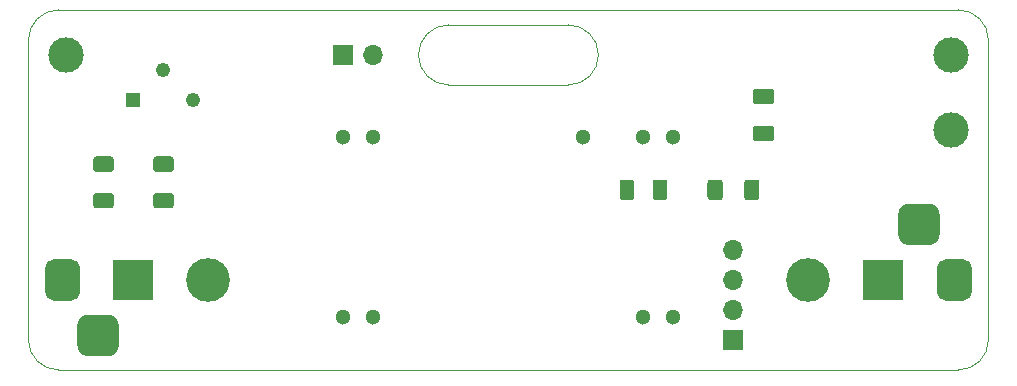
<source format=gbr>
%TF.GenerationSoftware,KiCad,Pcbnew,5.99.0+really5.1.12+dfsg1-1*%
%TF.CreationDate,2021-11-19T15:18:04-06:00*%
%TF.ProjectId,driver,64726976-6572-42e6-9b69-6361645f7063,B*%
%TF.SameCoordinates,Original*%
%TF.FileFunction,Soldermask,Top*%
%TF.FilePolarity,Negative*%
%FSLAX46Y46*%
G04 Gerber Fmt 4.6, Leading zero omitted, Abs format (unit mm)*
G04 Created by KiCad (PCBNEW 5.99.0+really5.1.12+dfsg1-1) date 2021-11-19 15:18:04*
%MOMM*%
%LPD*%
G01*
G04 APERTURE LIST*
%TA.AperFunction,Profile*%
%ADD10C,0.100000*%
%TD*%
%ADD11C,1.300000*%
%ADD12C,3.000000*%
%ADD13R,1.222000X1.222000*%
%ADD14C,1.222000*%
%ADD15C,3.700000*%
%ADD16R,3.500000X3.500000*%
%ADD17O,1.700000X1.700000*%
%ADD18R,1.700000X1.700000*%
G04 APERTURE END LIST*
D10*
X121920000Y-85090000D02*
G75*
G02*
X119380000Y-82550000I0J2540000D01*
G01*
X165100000Y-78740000D02*
X88900000Y-78740000D01*
X119380000Y-82550000D02*
G75*
G02*
X121920000Y-80010000I2540000J0D01*
G01*
X132080000Y-80010000D02*
G75*
G02*
X134620000Y-82550000I0J-2540000D01*
G01*
X134620000Y-82550000D02*
G75*
G02*
X132080000Y-85090000I-2540000J0D01*
G01*
X132080000Y-80010000D02*
X121920000Y-80010000D01*
X132080000Y-85090000D02*
X121920000Y-85090000D01*
X165100000Y-109220000D02*
X88900000Y-109220000D01*
X86360000Y-81280000D02*
X86360000Y-106680000D01*
X167640000Y-106680000D02*
X167640000Y-81280000D01*
X86360000Y-81280000D02*
G75*
G02*
X88900000Y-78740000I2540000J0D01*
G01*
X88900000Y-109220000D02*
G75*
G02*
X86360000Y-106680000I0J2540000D01*
G01*
X167640000Y-106680000D02*
G75*
G02*
X165100000Y-109220000I-2540000J0D01*
G01*
X165100000Y-78740000D02*
G75*
G02*
X167640000Y-81280000I0J-2540000D01*
G01*
D11*
%TO.C,U2*%
X140970000Y-89535000D03*
X138430000Y-89535000D03*
X133350000Y-89535000D03*
X115570000Y-89535000D03*
X113030000Y-89535000D03*
X113030000Y-104775000D03*
X115570000Y-104775000D03*
X138430000Y-104775000D03*
X140970000Y-104775000D03*
%TD*%
D12*
%TO.C,TP3*%
X164465000Y-82550000D03*
%TD*%
%TO.C,TP2*%
X164465000Y-88900000D03*
%TD*%
%TO.C,TP1*%
X89535000Y-82550000D03*
%TD*%
%TO.C,R2*%
G36*
G01*
X92084999Y-94245000D02*
X93335001Y-94245000D01*
G75*
G02*
X93585000Y-94494999I0J-249999D01*
G01*
X93585000Y-95295001D01*
G75*
G02*
X93335001Y-95545000I-249999J0D01*
G01*
X92084999Y-95545000D01*
G75*
G02*
X91835000Y-95295001I0J249999D01*
G01*
X91835000Y-94494999D01*
G75*
G02*
X92084999Y-94245000I249999J0D01*
G01*
G37*
G36*
G01*
X92084999Y-91145000D02*
X93335001Y-91145000D01*
G75*
G02*
X93585000Y-91394999I0J-249999D01*
G01*
X93585000Y-92195001D01*
G75*
G02*
X93335001Y-92445000I-249999J0D01*
G01*
X92084999Y-92445000D01*
G75*
G02*
X91835000Y-92195001I0J249999D01*
G01*
X91835000Y-91394999D01*
G75*
G02*
X92084999Y-91145000I249999J0D01*
G01*
G37*
%TD*%
%TO.C,R1*%
G36*
G01*
X98415001Y-92445000D02*
X97164999Y-92445000D01*
G75*
G02*
X96915000Y-92195001I0J249999D01*
G01*
X96915000Y-91394999D01*
G75*
G02*
X97164999Y-91145000I249999J0D01*
G01*
X98415001Y-91145000D01*
G75*
G02*
X98665000Y-91394999I0J-249999D01*
G01*
X98665000Y-92195001D01*
G75*
G02*
X98415001Y-92445000I-249999J0D01*
G01*
G37*
G36*
G01*
X98415001Y-95545000D02*
X97164999Y-95545000D01*
G75*
G02*
X96915000Y-95295001I0J249999D01*
G01*
X96915000Y-94494999D01*
G75*
G02*
X97164999Y-94245000I249999J0D01*
G01*
X98415001Y-94245000D01*
G75*
G02*
X98665000Y-94494999I0J-249999D01*
G01*
X98665000Y-95295001D01*
G75*
G02*
X98415001Y-95545000I-249999J0D01*
G01*
G37*
%TD*%
%TO.C,C2*%
G36*
G01*
X147939997Y-85405000D02*
X149240003Y-85405000D01*
G75*
G02*
X149490000Y-85654997I0J-249997D01*
G01*
X149490000Y-86480003D01*
G75*
G02*
X149240003Y-86730000I-249997J0D01*
G01*
X147939997Y-86730000D01*
G75*
G02*
X147690000Y-86480003I0J249997D01*
G01*
X147690000Y-85654997D01*
G75*
G02*
X147939997Y-85405000I249997J0D01*
G01*
G37*
G36*
G01*
X147939997Y-88530000D02*
X149240003Y-88530000D01*
G75*
G02*
X149490000Y-88779997I0J-249997D01*
G01*
X149490000Y-89605003D01*
G75*
G02*
X149240003Y-89855000I-249997J0D01*
G01*
X147939997Y-89855000D01*
G75*
G02*
X147690000Y-89605003I0J249997D01*
G01*
X147690000Y-88779997D01*
G75*
G02*
X147939997Y-88530000I249997J0D01*
G01*
G37*
%TD*%
D13*
%TO.C,RV1*%
X95250000Y-86360000D03*
D14*
X97790000Y-83820000D03*
X100330000Y-86360000D03*
%TD*%
%TO.C,R5*%
G36*
G01*
X145150000Y-93354999D02*
X145150000Y-94605001D01*
G75*
G02*
X144900001Y-94855000I-249999J0D01*
G01*
X144099999Y-94855000D01*
G75*
G02*
X143850000Y-94605001I0J249999D01*
G01*
X143850000Y-93354999D01*
G75*
G02*
X144099999Y-93105000I249999J0D01*
G01*
X144900001Y-93105000D01*
G75*
G02*
X145150000Y-93354999I0J-249999D01*
G01*
G37*
G36*
G01*
X148250000Y-93354999D02*
X148250000Y-94605001D01*
G75*
G02*
X148000001Y-94855000I-249999J0D01*
G01*
X147199999Y-94855000D01*
G75*
G02*
X146950000Y-94605001I0J249999D01*
G01*
X146950000Y-93354999D01*
G75*
G02*
X147199999Y-93105000I249999J0D01*
G01*
X148000001Y-93105000D01*
G75*
G02*
X148250000Y-93354999I0J-249999D01*
G01*
G37*
%TD*%
%TO.C,D1*%
G36*
G01*
X139205000Y-94605000D02*
X139205000Y-93355000D01*
G75*
G02*
X139455000Y-93105000I250000J0D01*
G01*
X140205000Y-93105000D01*
G75*
G02*
X140455000Y-93355000I0J-250000D01*
G01*
X140455000Y-94605000D01*
G75*
G02*
X140205000Y-94855000I-250000J0D01*
G01*
X139455000Y-94855000D01*
G75*
G02*
X139205000Y-94605000I0J250000D01*
G01*
G37*
G36*
G01*
X136405000Y-94605000D02*
X136405000Y-93355000D01*
G75*
G02*
X136655000Y-93105000I250000J0D01*
G01*
X137405000Y-93105000D01*
G75*
G02*
X137655000Y-93355000I0J-250000D01*
G01*
X137655000Y-94605000D01*
G75*
G02*
X137405000Y-94855000I-250000J0D01*
G01*
X136655000Y-94855000D01*
G75*
G02*
X136405000Y-94605000I0J250000D01*
G01*
G37*
%TD*%
D15*
%TO.C,REF\u002A\u002A*%
X152400000Y-101600000D03*
%TD*%
%TO.C,REF\u002A\u002A*%
X101600000Y-101600000D03*
%TD*%
D16*
%TO.C,J4*%
X95250000Y-101600000D03*
G36*
G01*
X87750000Y-102600000D02*
X87750000Y-100600000D01*
G75*
G02*
X88500000Y-99850000I750000J0D01*
G01*
X90000000Y-99850000D01*
G75*
G02*
X90750000Y-100600000I0J-750000D01*
G01*
X90750000Y-102600000D01*
G75*
G02*
X90000000Y-103350000I-750000J0D01*
G01*
X88500000Y-103350000D01*
G75*
G02*
X87750000Y-102600000I0J750000D01*
G01*
G37*
G36*
G01*
X90500000Y-107175000D02*
X90500000Y-105425000D01*
G75*
G02*
X91375000Y-104550000I875000J0D01*
G01*
X93125000Y-104550000D01*
G75*
G02*
X94000000Y-105425000I0J-875000D01*
G01*
X94000000Y-107175000D01*
G75*
G02*
X93125000Y-108050000I-875000J0D01*
G01*
X91375000Y-108050000D01*
G75*
G02*
X90500000Y-107175000I0J875000D01*
G01*
G37*
%TD*%
%TO.C,J3*%
G36*
G01*
X163500000Y-96025000D02*
X163500000Y-97775000D01*
G75*
G02*
X162625000Y-98650000I-875000J0D01*
G01*
X160875000Y-98650000D01*
G75*
G02*
X160000000Y-97775000I0J875000D01*
G01*
X160000000Y-96025000D01*
G75*
G02*
X160875000Y-95150000I875000J0D01*
G01*
X162625000Y-95150000D01*
G75*
G02*
X163500000Y-96025000I0J-875000D01*
G01*
G37*
G36*
G01*
X166250000Y-100600000D02*
X166250000Y-102600000D01*
G75*
G02*
X165500000Y-103350000I-750000J0D01*
G01*
X164000000Y-103350000D01*
G75*
G02*
X163250000Y-102600000I0J750000D01*
G01*
X163250000Y-100600000D01*
G75*
G02*
X164000000Y-99850000I750000J0D01*
G01*
X165500000Y-99850000D01*
G75*
G02*
X166250000Y-100600000I0J-750000D01*
G01*
G37*
X158750000Y-101600000D03*
%TD*%
D17*
%TO.C,J5*%
X146050000Y-99060000D03*
X146050000Y-101600000D03*
X146050000Y-104140000D03*
D18*
X146050000Y-106680000D03*
%TD*%
%TO.C,J7*%
X113030000Y-82550000D03*
D17*
X115570000Y-82550000D03*
%TD*%
M02*

</source>
